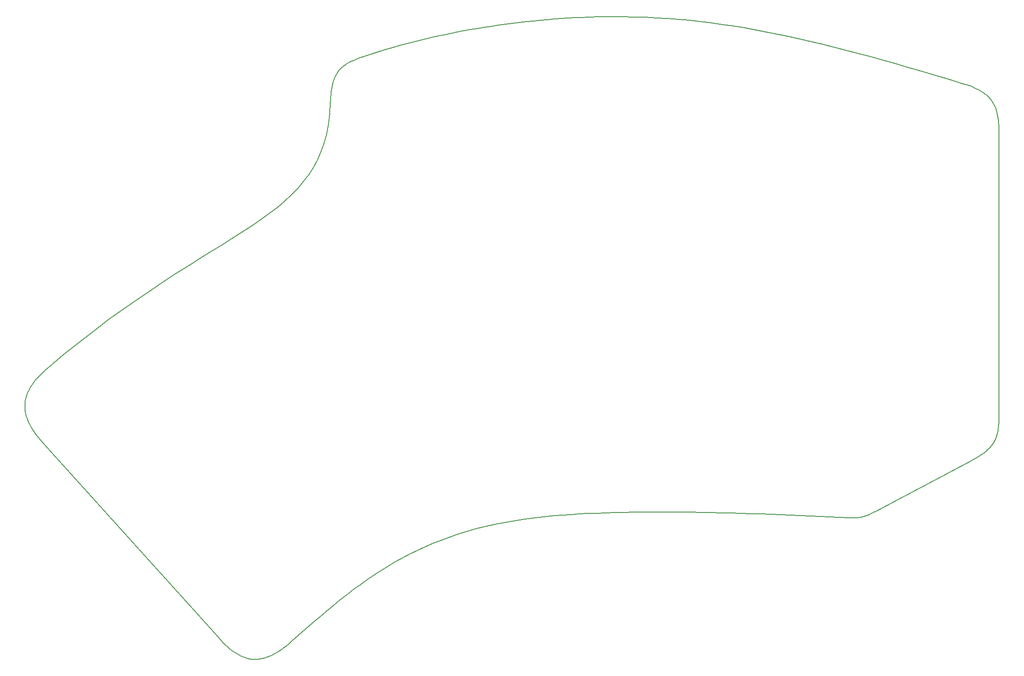
<source format=gm1>
G04 #@! TF.GenerationSoftware,KiCad,Pcbnew,(5.1.6)-1*
G04 #@! TF.CreationDate,2020-10-07T13:29:02+02:00*
G04 #@! TF.ProjectId,Mathias_ergo,4d617468-6961-4735-9f65-72676f2e6b69,rev?*
G04 #@! TF.SameCoordinates,Original*
G04 #@! TF.FileFunction,Profile,NP*
%FSLAX46Y46*%
G04 Gerber Fmt 4.6, Leading zero omitted, Abs format (unit mm)*
G04 Created by KiCad (PCBNEW (5.1.6)-1) date 2020-10-07 13:29:02*
%MOMM*%
%LPD*%
G01*
G04 APERTURE LIST*
G04 #@! TA.AperFunction,Profile*
%ADD10C,0.200000*%
G04 #@! TD*
G04 APERTURE END LIST*
D10*
X111030781Y-60442905D02*
X110580556Y-60594324D01*
X110580556Y-60594324D02*
X110148707Y-60744692D01*
X110148707Y-60744692D02*
X109734920Y-60894977D01*
X109734920Y-60894977D02*
X109338880Y-61046142D01*
X109338880Y-61046142D02*
X108960276Y-61199156D01*
X108960276Y-61199156D02*
X108598793Y-61354983D01*
X108598793Y-61354983D02*
X108254118Y-61514590D01*
X108254118Y-61514590D02*
X107925938Y-61678943D01*
X107925938Y-61678943D02*
X107613939Y-61849008D01*
X107613939Y-61849008D02*
X107317808Y-62025751D01*
X107317808Y-62025751D02*
X107037232Y-62210139D01*
X107037232Y-62210139D02*
X106771897Y-62403136D01*
X106771897Y-62403136D02*
X106521491Y-62605710D01*
X106521491Y-62605710D02*
X106285699Y-62818826D01*
X106285699Y-62818826D02*
X106064208Y-63043451D01*
X106064208Y-63043451D02*
X105856705Y-63280550D01*
X105856705Y-63280550D02*
X105662876Y-63531090D01*
X105662876Y-63531090D02*
X105482408Y-63796037D01*
X105482408Y-63796037D02*
X105314989Y-64076356D01*
X105314989Y-64076356D02*
X105160304Y-64373015D01*
X105160304Y-64373015D02*
X105018039Y-64686978D01*
X105018039Y-64686978D02*
X104887883Y-65019212D01*
X104887883Y-65019212D02*
X104769521Y-65370684D01*
X104769521Y-65370684D02*
X104662640Y-65742359D01*
X104662640Y-65742359D02*
X104566926Y-66135203D01*
X104566926Y-66135203D02*
X104482067Y-66550182D01*
X104482067Y-66550182D02*
X104407748Y-66988263D01*
X104407748Y-66988263D02*
X104343657Y-67450411D01*
X104343657Y-67450411D02*
X104289480Y-67937593D01*
X104289480Y-67937593D02*
X104244904Y-68450774D01*
X104244904Y-68450774D02*
X104209616Y-68990921D01*
X104209616Y-68990921D02*
X104183302Y-69559001D01*
X49707921Y-120664729D02*
X52797833Y-118068617D01*
X52797833Y-118068617D02*
X55809571Y-115635167D01*
X55809571Y-115635167D02*
X58742001Y-113354559D01*
X58742001Y-113354559D02*
X61593988Y-111216971D01*
X61593988Y-111216971D02*
X64364397Y-109212583D01*
X64364397Y-109212583D02*
X67052094Y-107331573D01*
X67052094Y-107331573D02*
X69655944Y-105564123D01*
X69655944Y-105564123D02*
X72174812Y-103900410D01*
X72174812Y-103900410D02*
X74607564Y-102330615D01*
X74607564Y-102330615D02*
X76953066Y-100844916D01*
X76953066Y-100844916D02*
X79210183Y-99433493D01*
X79210183Y-99433493D02*
X81377780Y-98086525D01*
X81377780Y-98086525D02*
X83454722Y-96794193D01*
X83454722Y-96794193D02*
X85439875Y-95546674D01*
X85439875Y-95546674D02*
X87332105Y-94334148D01*
X87332105Y-94334148D02*
X89130277Y-93146796D01*
X89130277Y-93146796D02*
X90833256Y-91974795D01*
X90833256Y-91974795D02*
X92439908Y-90808326D01*
X92439908Y-90808326D02*
X93949098Y-89637567D01*
X93949098Y-89637567D02*
X95359691Y-88452699D01*
X95359691Y-88452699D02*
X96670554Y-87243901D01*
X96670554Y-87243901D02*
X97880551Y-86001351D01*
X97880551Y-86001351D02*
X98988547Y-84715229D01*
X98988547Y-84715229D02*
X99993409Y-83375715D01*
X99993409Y-83375715D02*
X100894002Y-81972988D01*
X100894002Y-81972988D02*
X101689190Y-80497228D01*
X101689190Y-80497228D02*
X102377840Y-78938613D01*
X102377840Y-78938613D02*
X102958817Y-77287323D01*
X102958817Y-77287323D02*
X103430986Y-75533537D01*
X103430986Y-75533537D02*
X103793213Y-73667435D01*
X103793213Y-73667435D02*
X104044363Y-71679197D01*
X104044363Y-71679197D02*
X104183302Y-69559001D01*
X49707921Y-120664729D02*
X49216658Y-121096888D01*
X49216658Y-121096888D02*
X48754442Y-121526869D01*
X48754442Y-121526869D02*
X48321350Y-121954979D01*
X48321350Y-121954979D02*
X47917462Y-122381529D01*
X47917462Y-122381529D02*
X47542855Y-122806828D01*
X47542855Y-122806828D02*
X47197607Y-123231188D01*
X47197607Y-123231188D02*
X46881798Y-123654917D01*
X46881798Y-123654917D02*
X46595505Y-124078326D01*
X46595505Y-124078326D02*
X46338807Y-124501724D01*
X46338807Y-124501724D02*
X46111782Y-124925422D01*
X46111782Y-124925422D02*
X45914508Y-125349728D01*
X45914508Y-125349728D02*
X45747064Y-125774954D01*
X45747064Y-125774954D02*
X45609528Y-126201409D01*
X45609528Y-126201409D02*
X45501978Y-126629403D01*
X45501978Y-126629403D02*
X45424493Y-127059246D01*
X45424493Y-127059246D02*
X45377151Y-127491248D01*
X45377151Y-127491248D02*
X45360030Y-127925718D01*
X45360030Y-127925718D02*
X45373209Y-128362967D01*
X45373209Y-128362967D02*
X45416766Y-128803305D01*
X45416766Y-128803305D02*
X45490780Y-129247040D01*
X45490780Y-129247040D02*
X45595327Y-129694485D01*
X45595327Y-129694485D02*
X45730488Y-130145947D01*
X45730488Y-130145947D02*
X45896341Y-130601737D01*
X45896341Y-130601737D02*
X46092962Y-131062166D01*
X46092962Y-131062166D02*
X46320432Y-131527542D01*
X46320432Y-131527542D02*
X46578828Y-131998176D01*
X46578828Y-131998176D02*
X46868229Y-132474378D01*
X46868229Y-132474378D02*
X47188713Y-132956458D01*
X47188713Y-132956458D02*
X47540358Y-133444725D01*
X47540358Y-133444725D02*
X47923242Y-133939489D01*
X47923242Y-133939489D02*
X48337445Y-134441061D01*
X48337445Y-134441061D02*
X48783044Y-134949751D01*
X153817467Y-53026436D02*
X156068058Y-52964468D01*
X156068058Y-52964468D02*
X158292772Y-52936178D01*
X158292772Y-52936178D02*
X160494199Y-52941166D01*
X160494199Y-52941166D02*
X162674929Y-52979037D01*
X162674929Y-52979037D02*
X164837554Y-53049392D01*
X164837554Y-53049392D02*
X166984663Y-53151834D01*
X166984663Y-53151834D02*
X169118847Y-53285965D01*
X169118847Y-53285965D02*
X171242697Y-53451390D01*
X171242697Y-53451390D02*
X173358802Y-53647709D01*
X173358802Y-53647709D02*
X175469754Y-53874527D01*
X175469754Y-53874527D02*
X177578143Y-54131445D01*
X177578143Y-54131445D02*
X179686560Y-54418066D01*
X179686560Y-54418066D02*
X181797595Y-54733993D01*
X181797595Y-54733993D02*
X183913838Y-55078828D01*
X183913838Y-55078828D02*
X186037880Y-55452175D01*
X186037880Y-55452175D02*
X188172311Y-55853636D01*
X188172311Y-55853636D02*
X190319723Y-56282813D01*
X190319723Y-56282813D02*
X192482704Y-56739309D01*
X192482704Y-56739309D02*
X194663847Y-57222728D01*
X194663847Y-57222728D02*
X196865742Y-57732671D01*
X196865742Y-57732671D02*
X199090978Y-58268741D01*
X199090978Y-58268741D02*
X201342146Y-58830541D01*
X201342146Y-58830541D02*
X203621838Y-59417674D01*
X203621838Y-59417674D02*
X205932643Y-60029742D01*
X205932643Y-60029742D02*
X208277152Y-60666348D01*
X208277152Y-60666348D02*
X210657955Y-61327094D01*
X210657955Y-61327094D02*
X213077644Y-62011584D01*
X213077644Y-62011584D02*
X215538807Y-62719420D01*
X215538807Y-62719420D02*
X218044037Y-63450204D01*
X218044037Y-63450204D02*
X220595923Y-64203540D01*
X220595923Y-64203540D02*
X223197055Y-64979029D01*
X223197055Y-64979029D02*
X225850026Y-65776276D01*
X203940509Y-149427824D02*
X202127014Y-149342760D01*
X202127014Y-149342760D02*
X200293262Y-149258332D01*
X200293262Y-149258332D02*
X198441270Y-149174982D01*
X198441270Y-149174982D02*
X196573053Y-149093150D01*
X196573053Y-149093150D02*
X194690626Y-149013277D01*
X194690626Y-149013277D02*
X192796007Y-148935803D01*
X192796007Y-148935803D02*
X190891209Y-148861170D01*
X190891209Y-148861170D02*
X188978251Y-148789817D01*
X188978251Y-148789817D02*
X187059147Y-148722186D01*
X187059147Y-148722186D02*
X185135913Y-148658717D01*
X185135913Y-148658717D02*
X183210565Y-148599852D01*
X183210565Y-148599852D02*
X181285119Y-148546030D01*
X181285119Y-148546030D02*
X179361591Y-148497692D01*
X179361591Y-148497692D02*
X177441997Y-148455280D01*
X177441997Y-148455280D02*
X175528353Y-148419233D01*
X175528353Y-148419233D02*
X173622675Y-148389993D01*
X173622675Y-148389993D02*
X171726977Y-148368001D01*
X171726977Y-148368001D02*
X169843277Y-148353696D01*
X169843277Y-148353696D02*
X167973591Y-148347520D01*
X167973591Y-148347520D02*
X166119933Y-148349913D01*
X166119933Y-148349913D02*
X164284321Y-148361317D01*
X164284321Y-148361317D02*
X162468769Y-148382171D01*
X162468769Y-148382171D02*
X160675294Y-148412917D01*
X160675294Y-148412917D02*
X158905912Y-148453995D01*
X158905912Y-148453995D02*
X157162639Y-148505846D01*
X157162639Y-148505846D02*
X155447489Y-148568911D01*
X155447489Y-148568911D02*
X153762480Y-148643630D01*
X153762480Y-148643630D02*
X152109628Y-148730444D01*
X152109628Y-148730444D02*
X150490947Y-148829794D01*
X150490947Y-148829794D02*
X148908454Y-148942121D01*
X148908454Y-148942121D02*
X147364166Y-149067865D01*
X147364166Y-149067865D02*
X145860097Y-149207467D01*
X203940509Y-149427824D02*
X204153486Y-149437237D01*
X204153486Y-149437237D02*
X204358061Y-149444848D01*
X204358061Y-149444848D02*
X204744038Y-149454204D01*
X204744038Y-149454204D02*
X205102504Y-149454980D01*
X205102504Y-149454980D02*
X205437520Y-149446261D01*
X205437520Y-149446261D02*
X205753149Y-149427133D01*
X205753149Y-149427133D02*
X206053455Y-149396683D01*
X206053455Y-149396683D02*
X206342500Y-149353997D01*
X206342500Y-149353997D02*
X206624346Y-149298162D01*
X206624346Y-149298162D02*
X206903057Y-149228264D01*
X206903057Y-149228264D02*
X207182696Y-149143388D01*
X207182696Y-149143388D02*
X207467325Y-149042623D01*
X207467325Y-149042623D02*
X207761006Y-148925053D01*
X207761006Y-148925053D02*
X208067804Y-148789765D01*
X208067804Y-148789765D02*
X208391780Y-148635846D01*
X208391780Y-148635846D02*
X208736997Y-148462382D01*
X208736997Y-148462382D02*
X208918841Y-148368035D01*
X208918841Y-148368035D02*
X209107519Y-148268459D01*
X232963221Y-75350530D02*
X232958432Y-74823922D01*
X232958432Y-74823922D02*
X232943786Y-74317496D01*
X232943786Y-74317496D02*
X232918867Y-73830700D01*
X232918867Y-73830700D02*
X232883257Y-73362983D01*
X232883257Y-73362983D02*
X232836537Y-72913795D01*
X232836537Y-72913795D02*
X232778291Y-72482584D01*
X232778291Y-72482584D02*
X232708101Y-72068799D01*
X232708101Y-72068799D02*
X232625549Y-71671890D01*
X232625549Y-71671890D02*
X232530217Y-71291305D01*
X232530217Y-71291305D02*
X232421689Y-70926494D01*
X232421689Y-70926494D02*
X232299546Y-70576905D01*
X232299546Y-70576905D02*
X232163370Y-70241988D01*
X232163370Y-70241988D02*
X232012745Y-69921192D01*
X232012745Y-69921192D02*
X231847253Y-69613966D01*
X231847253Y-69613966D02*
X231666476Y-69319759D01*
X231666476Y-69319759D02*
X231469996Y-69038020D01*
X231469996Y-69038020D02*
X231257396Y-68768198D01*
X231257396Y-68768198D02*
X231028259Y-68509742D01*
X231028259Y-68509742D02*
X230782166Y-68262101D01*
X230782166Y-68262101D02*
X230518700Y-68024724D01*
X230518700Y-68024724D02*
X230237444Y-67797061D01*
X230237444Y-67797061D02*
X229937980Y-67578560D01*
X229937980Y-67578560D02*
X229619890Y-67368670D01*
X229619890Y-67368670D02*
X229282757Y-67166841D01*
X229282757Y-67166841D02*
X228926163Y-66972522D01*
X228926163Y-66972522D02*
X228549691Y-66785161D01*
X228549691Y-66785161D02*
X228152922Y-66604208D01*
X228152922Y-66604208D02*
X227735441Y-66429112D01*
X227735441Y-66429112D02*
X227296828Y-66259321D01*
X227296828Y-66259321D02*
X226836666Y-66094286D01*
X226836666Y-66094286D02*
X226354538Y-65933454D01*
X226354538Y-65933454D02*
X225850026Y-65776276D01*
X145860097Y-149207467D02*
X143718725Y-149441103D01*
X143718725Y-149441103D02*
X141644867Y-149711427D01*
X141644867Y-149711427D02*
X139635672Y-150018117D01*
X139635672Y-150018117D02*
X137688294Y-150360849D01*
X137688294Y-150360849D02*
X135799884Y-150739301D01*
X135799884Y-150739301D02*
X133967595Y-151153151D01*
X133967595Y-151153151D02*
X132188577Y-151602076D01*
X132188577Y-151602076D02*
X130459982Y-152085754D01*
X130459982Y-152085754D02*
X128778964Y-152603862D01*
X128778964Y-152603862D02*
X127142673Y-153156077D01*
X127142673Y-153156077D02*
X125548261Y-153742078D01*
X125548261Y-153742078D02*
X123992881Y-154361541D01*
X123992881Y-154361541D02*
X122473684Y-155014145D01*
X122473684Y-155014145D02*
X120987821Y-155699566D01*
X120987821Y-155699566D02*
X119532446Y-156417482D01*
X119532446Y-156417482D02*
X118104709Y-157167571D01*
X118104709Y-157167571D02*
X116701763Y-157949510D01*
X116701763Y-157949510D02*
X115320759Y-158762977D01*
X115320759Y-158762977D02*
X113958850Y-159607649D01*
X113958850Y-159607649D02*
X112613187Y-160483204D01*
X112613187Y-160483204D02*
X111280922Y-161389319D01*
X111280922Y-161389319D02*
X109959207Y-162325671D01*
X109959207Y-162325671D02*
X108645193Y-163291939D01*
X108645193Y-163291939D02*
X107336034Y-164287799D01*
X107336034Y-164287799D02*
X106028879Y-165312929D01*
X106028879Y-165312929D02*
X104720883Y-166367008D01*
X104720883Y-166367008D02*
X103409195Y-167449711D01*
X103409195Y-167449711D02*
X102090969Y-168560717D01*
X102090969Y-168560717D02*
X100763356Y-169699703D01*
X100763356Y-169699703D02*
X99423508Y-170866347D01*
X99423508Y-170866347D02*
X98068576Y-172060326D01*
X98068576Y-172060326D02*
X96695714Y-173281318D01*
X82604806Y-172512624D02*
X83052263Y-172997847D01*
X83052263Y-172997847D02*
X83494574Y-173453537D01*
X83494574Y-173453537D02*
X83932206Y-173879672D01*
X83932206Y-173879672D02*
X84365630Y-174276228D01*
X84365630Y-174276228D02*
X84795313Y-174643184D01*
X84795313Y-174643184D02*
X85221724Y-174980517D01*
X85221724Y-174980517D02*
X85645332Y-175288207D01*
X85645332Y-175288207D02*
X86066606Y-175566230D01*
X86066606Y-175566230D02*
X86486015Y-175814564D01*
X86486015Y-175814564D02*
X86904027Y-176033187D01*
X86904027Y-176033187D02*
X87321111Y-176222078D01*
X87321111Y-176222078D02*
X87737736Y-176381214D01*
X87737736Y-176381214D02*
X88154371Y-176510572D01*
X88154371Y-176510572D02*
X88571484Y-176610131D01*
X88571484Y-176610131D02*
X88989544Y-176679869D01*
X88989544Y-176679869D02*
X89409020Y-176719764D01*
X89409020Y-176719764D02*
X89830381Y-176729793D01*
X89830381Y-176729793D02*
X90254095Y-176709934D01*
X90254095Y-176709934D02*
X90680632Y-176660166D01*
X90680632Y-176660166D02*
X91110459Y-176580465D01*
X91110459Y-176580465D02*
X91544046Y-176470811D01*
X91544046Y-176470811D02*
X91981862Y-176331180D01*
X91981862Y-176331180D02*
X92424375Y-176161551D01*
X92424375Y-176161551D02*
X92872053Y-175961902D01*
X92872053Y-175961902D02*
X93325367Y-175732210D01*
X93325367Y-175732210D02*
X93784784Y-175472453D01*
X93784784Y-175472453D02*
X94250774Y-175182610D01*
X94250774Y-175182610D02*
X94723805Y-174862658D01*
X94723805Y-174862658D02*
X95204345Y-174512574D01*
X95204345Y-174512574D02*
X95692864Y-174132338D01*
X95692864Y-174132338D02*
X96189831Y-173721926D01*
X96189831Y-173721926D02*
X96695714Y-173281318D01*
X82604806Y-172512624D02*
X48783044Y-134949751D01*
X111030781Y-60442905D02*
X112335782Y-60018364D01*
X112335782Y-60018364D02*
X113648184Y-59606982D01*
X113648184Y-59606982D02*
X114967454Y-59208686D01*
X114967454Y-59208686D02*
X116293059Y-58823404D01*
X116293059Y-58823404D02*
X117624466Y-58451064D01*
X117624466Y-58451064D02*
X118961142Y-58091594D01*
X118961142Y-58091594D02*
X120302553Y-57744921D01*
X120302553Y-57744921D02*
X121648166Y-57410975D01*
X121648166Y-57410975D02*
X122997448Y-57089681D01*
X122997448Y-57089681D02*
X124349867Y-56780969D01*
X124349867Y-56780969D02*
X125704888Y-56484767D01*
X125704888Y-56484767D02*
X127061980Y-56201001D01*
X127061980Y-56201001D02*
X128420608Y-55929600D01*
X128420608Y-55929600D02*
X129780239Y-55670493D01*
X129780239Y-55670493D02*
X131140342Y-55423606D01*
X131140342Y-55423606D02*
X132500381Y-55188868D01*
X132500381Y-55188868D02*
X133859825Y-54966206D01*
X133859825Y-54966206D02*
X135218140Y-54755549D01*
X135218140Y-54755549D02*
X136574793Y-54556825D01*
X136574793Y-54556825D02*
X137929251Y-54369960D01*
X137929251Y-54369960D02*
X139280980Y-54194884D01*
X139280980Y-54194884D02*
X140629448Y-54031523D01*
X140629448Y-54031523D02*
X141974122Y-53879807D01*
X141974122Y-53879807D02*
X143314468Y-53739662D01*
X143314468Y-53739662D02*
X144649953Y-53611017D01*
X144649953Y-53611017D02*
X145980044Y-53493800D01*
X145980044Y-53493800D02*
X147304209Y-53387938D01*
X147304209Y-53387938D02*
X148621913Y-53293359D01*
X148621913Y-53293359D02*
X149932624Y-53209992D01*
X149932624Y-53209992D02*
X151235809Y-53137763D01*
X151235809Y-53137763D02*
X152530934Y-53076602D01*
X152530934Y-53076602D02*
X153817467Y-53026436D01*
X227657936Y-138405027D02*
X228046186Y-138195153D01*
X228046186Y-138195153D02*
X228416223Y-137987777D01*
X228416223Y-137987777D02*
X228768432Y-137782222D01*
X228768432Y-137782222D02*
X229103199Y-137577813D01*
X229103199Y-137577813D02*
X229420911Y-137373874D01*
X229420911Y-137373874D02*
X229721954Y-137169729D01*
X229721954Y-137169729D02*
X230006713Y-136964702D01*
X230006713Y-136964702D02*
X230275576Y-136758117D01*
X230275576Y-136758117D02*
X230528927Y-136549298D01*
X230528927Y-136549298D02*
X230767154Y-136337570D01*
X230767154Y-136337570D02*
X230990643Y-136122257D01*
X230990643Y-136122257D02*
X231199779Y-135902682D01*
X231199779Y-135902682D02*
X231394949Y-135678171D01*
X231394949Y-135678171D02*
X231576539Y-135448046D01*
X231576539Y-135448046D02*
X231744935Y-135211633D01*
X231744935Y-135211633D02*
X231900524Y-134968256D01*
X231900524Y-134968256D02*
X232043691Y-134717238D01*
X232043691Y-134717238D02*
X232174823Y-134457904D01*
X232174823Y-134457904D02*
X232294306Y-134189577D01*
X232294306Y-134189577D02*
X232402526Y-133911583D01*
X232402526Y-133911583D02*
X232499869Y-133623246D01*
X232499869Y-133623246D02*
X232586722Y-133323888D01*
X232586722Y-133323888D02*
X232663470Y-133012835D01*
X232663470Y-133012835D02*
X232730499Y-132689411D01*
X232730499Y-132689411D02*
X232788197Y-132352940D01*
X232788197Y-132352940D02*
X232836949Y-132002746D01*
X232836949Y-132002746D02*
X232877141Y-131638153D01*
X232877141Y-131638153D02*
X232909159Y-131258485D01*
X232909159Y-131258485D02*
X232933390Y-130863067D01*
X232933390Y-130863067D02*
X232950220Y-130451223D01*
X232950220Y-130451223D02*
X232960035Y-130022276D01*
X232960035Y-130022276D02*
X232963221Y-129575552D01*
X232963221Y-75350530D02*
X232963221Y-129575552D01*
X209107519Y-148268459D02*
X227657936Y-138405027D01*
M02*

</source>
